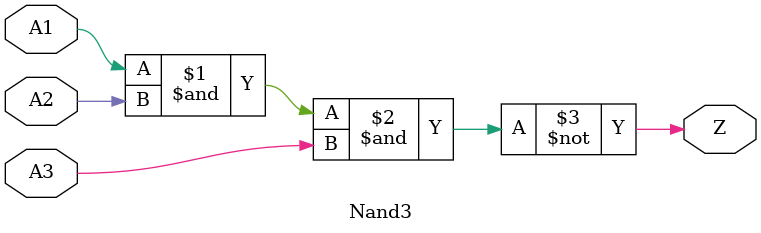
<source format=v>
module Nand3(A1,A2,A3,Z);

input A1,A2,A3;
output Z;

assign Z = (~(A1 & A2 & A3));

endmodule

</source>
